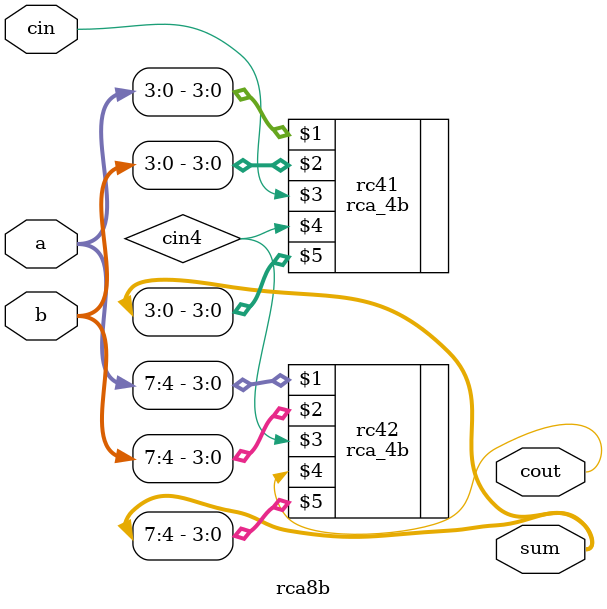
<source format=v>
module rca8b(
               a,
               b,
               cin,
               cout,
               sum
               );
input [7:0]a, b;
input cin;
output [7:0]sum;
output cout;
wire cin4;

rca_4b rc41(a[3:0], b[3:0],  cin, cin4, sum[3:0]);
rca_4b rc42(a[7:4], b[7:4], cin4, cout, sum[7:4]);

endmodule

</source>
